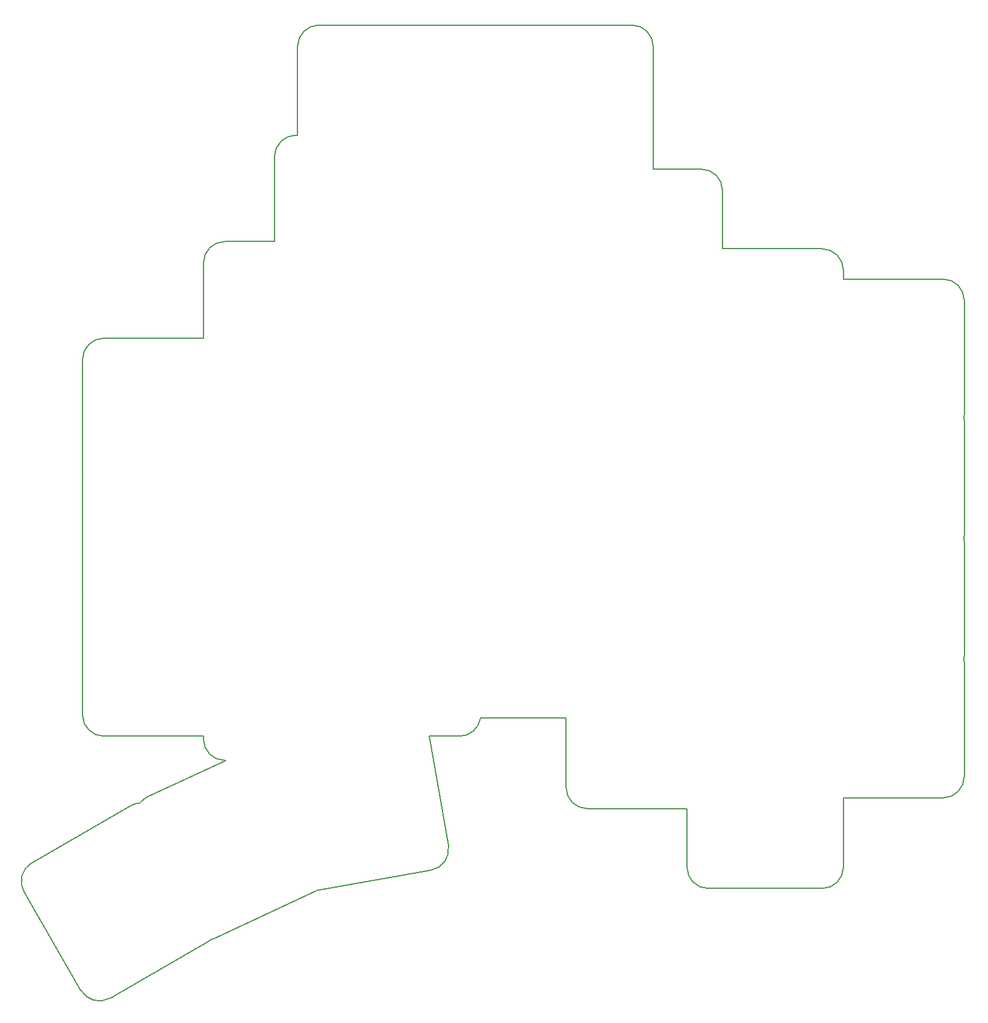
<source format=gm1>
G04 #@! TF.GenerationSoftware,KiCad,Pcbnew,8.0.8+1*
G04 #@! TF.CreationDate,2025-08-10T15:44:05+00:00*
G04 #@! TF.ProjectId,right_pcb,72696768-745f-4706-9362-2e6b69636164,v0.2*
G04 #@! TF.SameCoordinates,Original*
G04 #@! TF.FileFunction,Profile,NP*
%FSLAX46Y46*%
G04 Gerber Fmt 4.6, Leading zero omitted, Abs format (unit mm)*
G04 Created by KiCad (PCBNEW 8.0.8+1) date 2025-08-10 15:44:05*
%MOMM*%
%LPD*%
G01*
G04 APERTURE LIST*
G04 #@! TA.AperFunction,Profile*
%ADD10C,0.150000*%
G04 #@! TD*
G04 APERTURE END LIST*
D10*
X280000000Y-156750000D02*
G75*
G02*
X277000000Y-153750000I0J3000000D01*
G01*
X225251668Y-156952071D02*
G75*
G02*
X225081907Y-156977021I-521268J2956671D01*
G01*
X183780416Y-157221967D02*
X191780416Y-171078373D01*
X316000000Y-124000000D02*
G75*
G02*
X315958043Y-124500000I-3000200J0D01*
G01*
X277000000Y-145530000D02*
X277000000Y-153750000D01*
X192000000Y-116330000D02*
G75*
G02*
X192041957Y-115830000I3000200J0D01*
G01*
X299000000Y-144000000D02*
X313000000Y-144000000D01*
X269250000Y-35270000D02*
G75*
G02*
X272250000Y-38270000I0J-3000000D01*
G01*
X269250000Y-35270000D02*
X225250000Y-35270000D01*
X272250000Y-55530000D02*
X272250000Y-38270000D01*
X243442071Y-150698332D02*
G75*
G02*
X241008589Y-154173685I-2954371J-520968D01*
G01*
X296000000Y-66750000D02*
G75*
G02*
X299000000Y-69750000I0J-3000000D01*
G01*
X210427611Y-163815846D02*
G75*
G02*
X210061494Y-163958187I-1267311J2717646D01*
G01*
X225251668Y-156952071D02*
X241008592Y-154173700D01*
X299000000Y-71000000D02*
X299000000Y-69750000D01*
X212000000Y-138730000D02*
G75*
G02*
X209000000Y-135730000I0J3000000D01*
G01*
X219000000Y-65730000D02*
X212000000Y-65730000D01*
X212167947Y-138730000D02*
X201130009Y-143877075D01*
X219000000Y-53770000D02*
X219000000Y-65730000D01*
X316000000Y-141000000D02*
X316000000Y-125000000D01*
X316000000Y-90000000D02*
G75*
G02*
X315958043Y-90500000I-3000200J0D01*
G01*
X316000000Y-107000000D02*
X316000000Y-91000000D01*
X316000000Y-90000000D02*
X316000000Y-74000000D01*
X247966058Y-132780000D02*
X260000000Y-132780000D01*
X222250000Y-50770000D02*
X222000000Y-50770000D01*
X210427611Y-163815846D02*
X224928535Y-157053954D01*
X316000000Y-141000000D02*
G75*
G02*
X313000000Y-144000000I-3000000J0D01*
G01*
X195000000Y-135330000D02*
X209000000Y-135330000D01*
X225081907Y-156977022D02*
G75*
G02*
X224928536Y-157053955I-1422007J2643522D01*
G01*
X263000000Y-145530000D02*
X277000000Y-145530000D01*
X280000000Y-156750000D02*
X296000000Y-156750000D01*
X315958040Y-90500000D02*
G75*
G02*
X316000006Y-91000000I-2957640J-500000D01*
G01*
X263000000Y-145530000D02*
G75*
G02*
X260000000Y-142530000I0J3000000D01*
G01*
X192000000Y-116330000D02*
X192000000Y-132330000D01*
X296000000Y-66750000D02*
X282000000Y-66750000D01*
X195878492Y-172176449D02*
X209734899Y-164176449D01*
X316000000Y-107000000D02*
G75*
G02*
X315958043Y-107500000I-3000200J0D01*
G01*
X316000000Y-124000000D02*
X316000000Y-108000000D01*
X219000000Y-53770000D02*
G75*
G02*
X222000000Y-50770000I3000000J0D01*
G01*
X192041960Y-115830000D02*
G75*
G02*
X191999994Y-115330000I2957640J500000D01*
G01*
X198734899Y-145123891D02*
G75*
G02*
X200050699Y-144727645I1500001J-2598209D01*
G01*
X192000000Y-82330000D02*
G75*
G02*
X195000000Y-79330000I3000000J0D01*
G01*
X222250000Y-38270000D02*
X222250000Y-50770000D01*
X195878492Y-172176449D02*
G75*
G02*
X191780434Y-171078363I-1499992J2598049D01*
G01*
X192041960Y-98830000D02*
G75*
G02*
X191999994Y-98330000I2957640J500000D01*
G01*
X198734899Y-145123891D02*
X184878492Y-153123891D01*
X299000000Y-153750000D02*
G75*
G02*
X296000000Y-156750000I-3000000J0D01*
G01*
X313000000Y-71000000D02*
X299000000Y-71000000D01*
X212000000Y-138730000D02*
X212167947Y-138730000D01*
X192000000Y-99330000D02*
X192000000Y-115330000D01*
X240732219Y-135330000D02*
X245000000Y-135330000D01*
X222250000Y-38270000D02*
G75*
G02*
X225250000Y-35270000I3000000J0D01*
G01*
X209000000Y-68730000D02*
G75*
G02*
X212000000Y-65730000I3000000J0D01*
G01*
X279000000Y-55530000D02*
G75*
G02*
X282000000Y-58530000I0J-3000000D01*
G01*
X313000000Y-71000000D02*
G75*
G02*
X316000000Y-74000000I0J-3000000D01*
G01*
X247966058Y-132780000D02*
G75*
G02*
X245000000Y-135330000I-2966058J450000D01*
G01*
X209000000Y-135330000D02*
X209000000Y-135730000D01*
X315958040Y-124500000D02*
G75*
G02*
X316000006Y-125000000I-2957640J-500000D01*
G01*
X299000000Y-153750000D02*
X299000000Y-144000000D01*
X195000000Y-135330000D02*
G75*
G02*
X192000000Y-132330000I0J3000000D01*
G01*
X200050698Y-144727627D02*
G75*
G02*
X201130010Y-143877078I2347002J-1868173D01*
G01*
X315958040Y-107500000D02*
G75*
G02*
X316000006Y-108000000I-2957640J-500000D01*
G01*
X260000000Y-132780000D02*
X260000000Y-142530000D01*
X183780416Y-157221967D02*
G75*
G02*
X184878495Y-153123896I2598184J1499967D01*
G01*
X282000000Y-66750000D02*
X282000000Y-58530000D01*
X210061496Y-163958193D02*
G75*
G02*
X209734900Y-164176451I-1826396J2379493D01*
G01*
X209000000Y-79330000D02*
X195000000Y-79330000D01*
X279000000Y-55530000D02*
X272250000Y-55530000D01*
X192000000Y-82330000D02*
X192000000Y-98330000D01*
X209000000Y-68730000D02*
X209000000Y-79330000D01*
X192000000Y-99330000D02*
G75*
G02*
X192041957Y-98830000I3000200J0D01*
G01*
X243442071Y-150698332D02*
X240732219Y-135330000D01*
M02*

</source>
